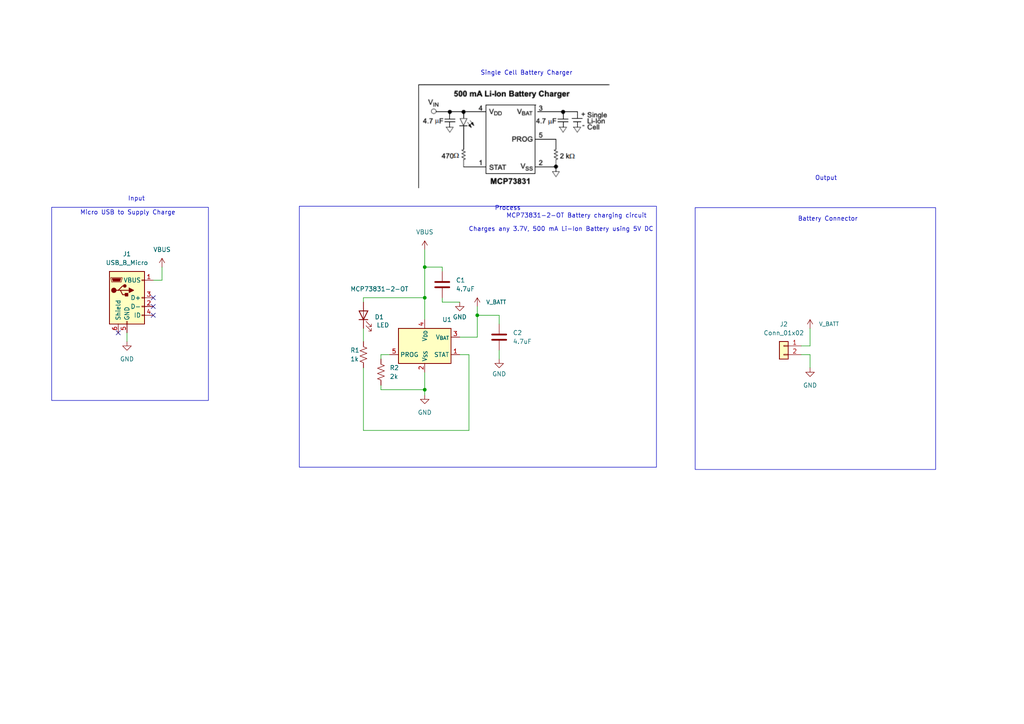
<source format=kicad_sch>
(kicad_sch (version 20230121) (generator eeschema)
  (paper "A4")
  (lib_symbols
    (symbol "Battery_Management:MCP73831-2-OT"
      (property "Reference" "U" (at -7.62 6.35 0))
      (property "Value" "MCP73831-2-OT" (at 1.27 6.35 0))
      (symbol "MCP73831-2-OT_0_1"
        (rectangle (start -7.62 5.08) (end 7.62 -5.08) (stroke (width 0.254)) (fill (type background)))
      )
      (symbol "MCP73831-2-OT_1_1"
        (pin output line (at 10.16 -2.54 180) (length 2.54) (name "STAT") (number "1"))
        (pin power_in line (at 0 -7.62 90) (length 2.54) (name "V_{SS}") (number "2"))
        (pin power_out line (at 10.16 2.54 180) (length 2.54) (name "V_{BAT}") (number "3"))
        (pin power_in line (at 0 7.62 270) (length 2.54) (name "V_{DD}") (number "4"))
        (pin input line (at -10.16 -2.54 0) (length 2.54) (name "PROG") (number "5"))
      )
    )
    (symbol "Connector:USB_B_Micro" (pin_names (offset 1.016))
      (property "Reference" "J" (at -5.08 11.43 0))
      (property "Value" "USB_B_Micro" (at -5.08 8.89 0))
      (symbol "USB_B_Micro_0_1"
        (rectangle (start -5.08 -7.62) (end 5.08 7.62) (stroke (width 0.254)) (fill (type background)))
        (circle (center -3.81 2.159) (radius 0.635) (stroke (width 0.254)) (fill (type outline)))
        (circle (center -0.635 3.429) (radius 0.381) (stroke (width 0.254)) (fill (type outline)))
        (rectangle (start -0.127 -7.62) (end 0.127 -6.858))
        (polyline (pts (xy -1.905 2.159) (xy 0.635 2.159)) (stroke (width 0.254)))
        (polyline (pts (xy -3.175 2.159) (xy -2.54 2.159) (xy -1.27 3.429) (xy -0.635 3.429)) (stroke (width 0.254)))
        (polyline (pts (xy -2.54 2.159) (xy -1.905 2.159) (xy -1.27 0.889) (xy 0 0.889)) (stroke (width 0.254)))
        (polyline (pts (xy 0.635 2.794) (xy 0.635 1.524) (xy 1.905 2.159) (xy 0.635 2.794)) (stroke (width 0.254)) (fill (type outline)))
        (polyline (pts (xy -4.318 5.588) (xy -1.778 5.588) (xy -2.032 4.826) (xy -4.064 4.826) (xy -4.318 5.588)) (fill (type outline)))
        (polyline (pts (xy -4.699 5.842) (xy -4.699 5.588) (xy -4.445 4.826) (xy -4.445 4.572) (xy -1.651 4.572) (xy -1.651 4.826) (xy -1.397 5.588) (xy -1.397 5.842) (xy -4.699 5.842)))
        (rectangle (start 0.254 1.27) (end -0.508 0.508) (stroke (width 0.254)) (fill (type outline)))
        (rectangle (start 5.08 -5.207) (end 4.318 -4.953))
        (rectangle (start 5.08 -2.667) (end 4.318 -2.413))
        (rectangle (start 5.08 -0.127) (end 4.318 0.127))
        (rectangle (start 5.08 4.953) (end 4.318 5.207))
      )
      (symbol "USB_B_Micro_1_1"
        (pin power_out line (at 7.62 5.08 180) (length 2.54) (name "VBUS") (number "1"))
        (pin bidirectional line (at 7.62 -2.54 180) (length 2.54) (name "D-") (number "2"))
        (pin bidirectional line (at 7.62 0 180) (length 2.54) (name "D+") (number "3"))
        (pin passive line (at 7.62 -5.08 180) (length 2.54) (name "ID") (number "4"))
        (pin power_out line (at 0 -10.16 90) (length 2.54) (name "GND") (number "5"))
        (pin passive line (at -2.54 -10.16 90) (length 2.54) (name "Shield") (number "6"))
      )
    )
    (symbol "Connector_Generic:Conn_01x02" (pin_names (offset 1.016) hide)
      (property "Reference" "J" (at 0 2.54 0))
      (property "Value" "Conn_01x02" (at 0 -5.08 0))
      (symbol "Conn_01x02_1_1"
        (rectangle (start -1.27 -2.413) (end 0 -2.667) (stroke (width 0.1524)))
        (rectangle (start -1.27 0.127) (end 0 -0.127) (stroke (width 0.1524)))
        (rectangle (start -1.27 1.27) (end 1.27 -3.81) (stroke (width 0.254)) (fill (type background)))
        (pin passive line (at -5.08 0 0) (length 3.81) (name "Pin_1") (number "1"))
        (pin passive line (at -5.08 -2.54 0) (length 3.81) (name "Pin_2") (number "2"))
      )
    )
    (symbol "Device:C" (pin_numbers hide) (pin_names (offset 0.254))
      (property "Reference" "C" (at 0.635 2.54 0))
      (property "Value" "C" (at 0.635 -2.54 0))
      (symbol "C_0_1"
        (polyline (pts (xy -2.032 -0.762) (xy 2.032 -0.762)) (stroke (width 0.508)))
        (polyline (pts (xy -2.032 0.762) (xy 2.032 0.762)) (stroke (width 0.508)))
      )
      (symbol "C_1_1"
        (pin passive line (at 0 3.81 270) (length 2.794) (name "~") (number "1"))
        (pin passive line (at 0 -3.81 90) (length 2.794) (name "~") (number "2"))
      )
    )
    (symbol "Device:LED" (pin_numbers hide) (pin_names (offset 1.016) hide)
      (property "Reference" "D" (at 0 2.54 0))
      (property "Value" "LED" (at 0 -2.54 0))
      (symbol "LED_0_1"
        (polyline (pts (xy -1.27 -1.27) (xy -1.27 1.27)) (stroke (width 0.254)))
        (polyline (pts (xy -1.27 0) (xy 1.27 0)))
        (polyline (pts (xy 1.27 -1.27) (xy 1.27 1.27) (xy -1.27 0) (xy 1.27 -1.27)) (stroke (width 0.254)))
        (polyline (pts (xy -3.048 -0.762) (xy -4.572 -2.286) (xy -3.81 -2.286) (xy -4.572 -2.286) (xy -4.572 -1.524)))
        (polyline (pts (xy -1.778 -0.762) (xy -3.302 -2.286) (xy -2.54 -2.286) (xy -3.302 -2.286) (xy -3.302 -1.524)))
      )
      (symbol "LED_1_1"
        (pin passive line (at -3.81 0 0) (length 2.54) (name "K") (number "1"))
        (pin passive line (at 3.81 0 180) (length 2.54) (name "A") (number "2"))
      )
    )
    (symbol "Device:R_US" (pin_numbers hide) (pin_names (offset 0))
      (property "Reference" "R" (at 2.54 0 90))
      (property "Value" "R_US" (at -2.54 0 90))
      (symbol "R_US_0_1"
        (polyline (pts (xy 0 -2.286) (xy 0 -2.54)))
        (polyline (pts (xy 0 2.286) (xy 0 2.54)))
        (polyline (pts (xy 0 -0.762) (xy 1.016 -1.143) (xy 0 -1.524) (xy -1.016 -1.905) (xy 0 -2.286)))
        (polyline (pts (xy 0 0.762) (xy 1.016 0.381) (xy 0 0) (xy -1.016 -0.381) (xy 0 -0.762)))
        (polyline (pts (xy 0 2.286) (xy 1.016 1.905) (xy 0 1.524) (xy -1.016 1.143) (xy 0 0.762)))
      )
      (symbol "R_US_1_1"
        (pin passive line (at 0 3.81 270) (length 1.27) (name "~") (number "1"))
        (pin passive line (at 0 -3.81 90) (length 1.27) (name "~") (number "2"))
      )
    )
    (symbol "SparkFun-PowerSymbols:V_BATT" (power) (pin_numbers hide) (pin_names (offset 1.016) hide)
      (property "Value" "V_BATT" (at -2.54 3.81 0))
      (property "Footprint" "XXX-00000" (at 0 7.62 0))
      (symbol "V_BATT_1_0"
        (polyline (pts (xy 0 0) (xy 0 2.54)))
        (polyline (pts (xy 0 2.54) (xy -0.762 1.27)))
        (polyline (pts (xy 0.762 1.27) (xy 0 2.54)))
      )
      (symbol "V_BATT_1_1"
        (pin power_in line (at 0 0 90) (length 0) hide (name "V_BATT") (number "~"))
      )
    )
    (symbol "power:GND" (power) (pin_names (offset 0))
      (property "Value" "GND" (at 0 -3.81 0))
      (symbol "GND_0_1"
        (polyline (pts (xy 0 0) (xy 0 -1.27) (xy 1.27 -1.27) (xy 0 -2.54) (xy -1.27 -1.27) (xy 0 -1.27)))
      )
      (symbol "GND_1_1"
        (pin power_in line (at 0 0 270) (length 0) hide (name "GND") (number "1"))
      )
    )
    (symbol "power:VBUS" (power) (pin_names (offset 0))
      (property "Value" "VBUS" (at 0 3.81 0))
      (symbol "VBUS_0_1"
        (polyline (pts (xy -0.762 1.27) (xy 0 2.54)))
        (polyline (pts (xy 0 0) (xy 0 2.54)))
        (polyline (pts (xy 0 2.54) (xy 0.762 1.27)))
      )
      (symbol "VBUS_1_1"
        (pin power_in line (at 0 0 90) (length 0) hide (name "VBUS") (number "1"))
      )
    )
  )
  (junction (at 123.19 77.47))
  (junction (at 138.43 91.44))
  (junction (at 123.19 86.36))
  (junction (at 123.19 113.03))
  (no_connect (at 44.45 91.44))
  (no_connect (at 34.29 96.52))
  (no_connect (at 44.45 88.9))
  (no_connect (at 44.45 86.36))
  (wire (pts (xy 105.41 86.36) (xy 123.19 86.36)))
  (wire (pts (xy 128.27 87.63) (xy 128.27 86.36)))
  (wire (pts (xy 105.41 106.68) (xy 105.41 124.841)))
  (wire (pts (xy 128.27 77.47) (xy 128.27 78.74)))
  (wire (pts (xy 234.95 102.87) (xy 234.95 106.68)))
  (wire (pts (xy 123.19 72.39) (xy 123.19 77.47)))
  (wire (pts (xy 105.41 95.25) (xy 105.41 99.06)))
  (wire (pts (xy 110.49 102.87) (xy 113.03 102.87)))
  (wire (pts (xy 123.19 77.47) (xy 128.27 77.47)))
  (wire (pts (xy 128.27 87.63) (xy 133.35 87.63)))
  (wire (pts (xy 123.19 113.03) (xy 123.19 114.554)))
  (wire (pts (xy 105.41 124.841) (xy 136.017 124.841)))
  (wire (pts (xy 44.45 81.28) (xy 46.99 81.28)))
  (wire (pts (xy 138.43 91.44) (xy 144.78 91.44)))
  (wire (pts (xy 36.83 96.52) (xy 36.83 99.06)))
  (wire (pts (xy 138.43 97.79) (xy 133.35 97.79)))
  (wire (pts (xy 138.43 88.9) (xy 138.43 91.44)))
  (wire (pts (xy 123.19 107.95) (xy 123.19 113.03)))
  (wire (pts (xy 234.95 95.25) (xy 234.95 100.33)))
  (wire (pts (xy 123.19 86.36) (xy 123.19 92.71)))
  (wire (pts (xy 110.49 111.76) (xy 110.49 113.03)))
  (wire (pts (xy 136.017 102.87) (xy 136.017 124.841)))
  (wire (pts (xy 133.35 102.87) (xy 136.017 102.87)))
  (wire (pts (xy 144.78 101.6) (xy 144.78 104.14)))
  (wire (pts (xy 46.99 77.47) (xy 46.99 81.28)))
  (wire (pts (xy 232.41 100.33) (xy 234.95 100.33)))
  (wire (pts (xy 144.78 91.44) (xy 144.78 93.98)))
  (wire (pts (xy 232.41 102.87) (xy 234.95 102.87)))
  (wire (pts (xy 123.19 77.47) (xy 123.19 86.36)))
  (wire (pts (xy 110.49 113.03) (xy 123.19 113.03)))
  (wire (pts (xy 105.41 87.63) (xy 105.41 86.36)))
  (wire (pts (xy 138.43 91.44) (xy 138.43 97.79)))
  (wire (pts (xy 110.49 104.14) (xy 110.49 102.87)))
  (rectangle (start 201.6252 60.2234) (end 271.3736 136.1694))
  (rectangle (start 14.986 60.1218) (end 60.452 116.1542))
  (rectangle (start 86.8172 59.817) (end 190.3984 135.509))
  (image (at 148.9456 39.4208) (scale 2.30581))
  (text "Output" (at 236.3724 52.5018 0) (effects (font (size 1.27 1.27)) (justify left bottom)))
  (text "Charges any 3.7V, 500 mA Li-Ion Battery using 5V DC\n" (at 135.89 67.31 0) (effects (font (size 1.27 1.27)) (justify left bottom)))
  (text "Input" (at 37.084 58.4708 0) (effects (font (size 1.27 1.27)) (justify left bottom)))
  (text "Battery Connector" (at 231.394 64.3382 0) (effects (font (size 1.27 1.27)) (justify left bottom)))
  (text "MCP73831-2-OT Battery charging circuit" (at 146.812 63.4238 0) (effects (font (size 1.27 1.27)) (justify left bottom)))
  (text "Process" (at 143.4592 61.214 0) (effects (font (size 1.27 1.27)) (justify left bottom)))
  (text "Micro USB to Supply Charge" (at 23.2156 62.5094 0) (effects (font (size 1.27 1.27)) (justify left bottom)))
  (text "Single Cell Battery Charger" (at 139.3444 21.9964 0) (effects (font (size 1.27 1.27)) (justify left bottom)))
  (symbol (lib_id "power:GND") (at 144.78 104.14 0) (unit 1)
    (property "Reference" "#PWR07" (effects hide))
    (property "Value" "GND" (at 144.78 108.458 0))
  )
  (symbol (lib_id "power:GND") (at 123.19 114.554 0) (unit 1)
    (property "Reference" "#PWR06" (effects hide))
    (property "Value" "GND" (at 123.19 119.634 0))
  )
  (symbol (lib_id "Device:R_US") (at 105.41 102.87 0) (unit 1)
    (property "Reference" "R1" (at 101.6 101.6 0) (effects (justify left)))
    (property "Value" "1k" (at 101.6 104.14 0) (effects (justify left)))
    (property "Footprint" "Resistor_SMD:R_1206_3216Metric_Pad1.30x1.75mm_HandSolder" (effects hide))
  )
  (symbol (lib_id "SparkFun-PowerSymbols:V_BATT") (at 234.95 95.25 0) (unit 1)
    (property "Reference" "#SUPPLY03" (effects hide))
    (property "Value" "V_BATT" (at 237.49 93.98 0) (effects (font (size 1.143 1.143)) (justify left)))
  )
  (symbol (lib_id "power:GND") (at 36.83 99.06 0) (unit 1)
    (property "Reference" "#PWR01" (effects hide))
    (property "Value" "GND" (at 36.83 104.14 0))
  )
  (symbol (lib_id "power:VBUS") (at 46.99 77.47 0) (unit 1)
    (property "Reference" "#PWR02" (effects hide))
    (property "Value" "VBUS" (at 46.99 72.39 0))
  )
  (symbol (lib_id "Device:LED") (at 105.41 91.44 90) (unit 1)
    (property "Reference" "D1" (at 108.6612 91.948 90) (effects (justify right)))
    (property "Value" "LED" (at 109.22 94.2975 90) (effects (justify right)))
    (property "Footprint" "LED_SMD:LED_1206_3216Metric_Pad1.42x1.75mm_HandSolder" (effects hide))
  )
  (symbol (lib_id "Device:C") (at 144.78 97.79 0) (unit 1)
    (property "Reference" "C2" (at 148.7424 96.52 0) (effects (justify left)))
    (property "Value" "4.7uF" (at 148.7424 99.06 0) (effects (justify left)))
    (property "Footprint" "Capacitor_SMD:C_1206_3216Metric_Pad1.33x1.80mm_HandSolder" (effects hide))
  )
  (symbol (lib_id "Battery_Management:MCP73831-2-OT") (at 123.19 100.33 0) (unit 1)
    (property "Reference" "U1" (at 128.27 92.71 0) (effects (justify left)))
    (property "Value" "MCP73831-2-OT" (at 101.6 83.82 0) (effects (justify left)))
    (property "Footprint" "Package_TO_SOT_SMD:SOT-23-5" (effects hide))
    (property "Datasheet" "http://ww1.microchip.com/downloads/en/DeviceDoc/20001984g.pdf" (effects hide))
  )
  (symbol (lib_id "Connector:USB_B_Micro") (at 36.83 86.36 0) (unit 1)
    (property "Reference" "J1" (at 36.83 73.66 0))
    (property "Value" "USB_B_Micro" (at 36.83 76.2 0))
    (property "Footprint" "Connector_USB:USB_Micro-B_Molex-105017-0001" (effects hide))
  )
  (symbol (lib_id "power:VBUS") (at 123.19 72.39 0) (unit 1)
    (property "Reference" "#PWR05" (effects hide))
    (property "Value" "VBUS" (at 123.19 67.31 0))
  )
  (symbol (lib_id "SparkFun-PowerSymbols:V_BATT") (at 138.43 88.9 0) (unit 1)
    (property "Reference" "#SUPPLY01" (effects hide))
    (property "Value" "V_BATT" (at 140.97 87.63 0) (effects (font (size 1.143 1.143)) (justify left)))
  )
  (symbol (lib_id "power:GND") (at 234.95 106.68 0) (unit 1)
    (property "Reference" "#PWR08" (effects hide))
    (property "Value" "GND" (at 234.95 111.76 0))
  )
  (symbol (lib_id "Connector_Generic:Conn_01x02") (at 227.33 100.33 0) (mirror y) (unit 1)
    (property "Reference" "J2" (at 227.33 94.0308 0))
    (property "Value" "Conn_01x02" (at 227.33 96.5708 0))
    (property "Footprint" "Connector_JST:JST_GH_SM02B-GHS-TB_1x02-1MP_P1.25mm_Horizontal" (effects hide))
  )
  (symbol (lib_id "Device:C") (at 128.27 82.55 0) (unit 1)
    (property "Reference" "C1" (at 132.2324 81.28 0) (effects (justify left)))
    (property "Value" "4.7uF" (at 132.2324 83.82 0) (effects (justify left)))
    (property "Footprint" "Capacitor_SMD:C_1206_3216Metric_Pad1.33x1.80mm_HandSolder" (effects hide))
  )
  (symbol (lib_id "power:GND") (at 133.35 87.63 0) (unit 1)
    (property "Reference" "#PWR04" (effects hide))
    (property "Value" "GND" (at 133.35 91.948 0))
  )
  (symbol (lib_id "Device:R_US") (at 110.49 107.95 0) (unit 1)
    (property "Reference" "R2" (at 113.03 106.68 0) (effects (justify left)))
    (property "Value" "2k" (at 113.03 109.22 0) (effects (justify left)))
    (property "Footprint" "Resistor_SMD:R_1206_3216Metric_Pad1.30x1.75mm_HandSolder" (effects hide))
  )
)
</source>
